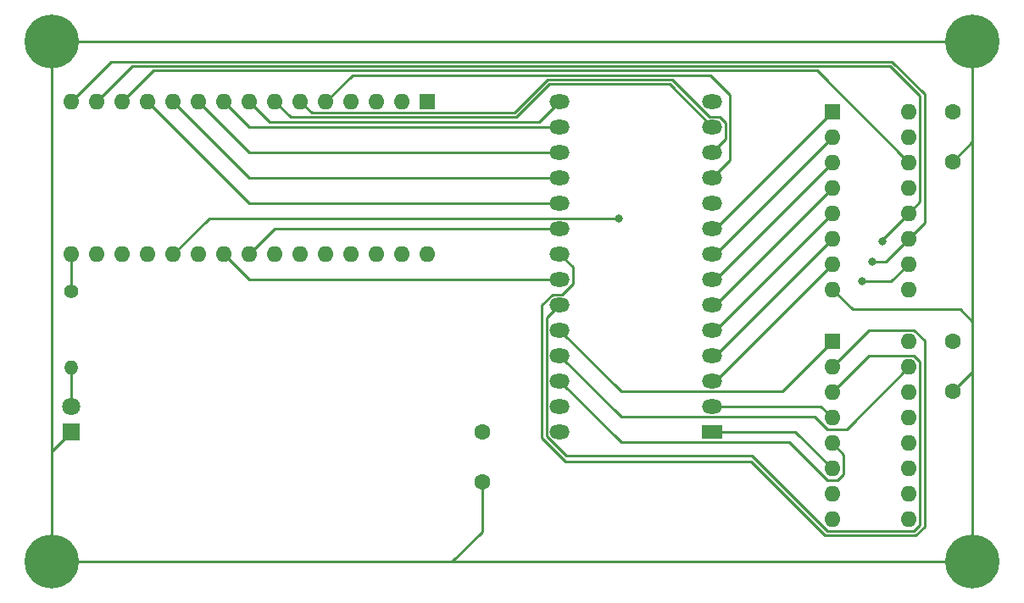
<source format=gbr>
%TF.GenerationSoftware,KiCad,Pcbnew,5.1.10*%
%TF.CreationDate,2021-08-06T14:58:04+02:00*%
%TF.ProjectId,EEPROM-Programmer,45455052-4f4d-42d5-9072-6f6772616d6d,rev?*%
%TF.SameCoordinates,Original*%
%TF.FileFunction,Copper,L2,Bot*%
%TF.FilePolarity,Positive*%
%FSLAX46Y46*%
G04 Gerber Fmt 4.6, Leading zero omitted, Abs format (unit mm)*
G04 Created by KiCad (PCBNEW 5.1.10) date 2021-08-06 14:58:04*
%MOMM*%
%LPD*%
G01*
G04 APERTURE LIST*
%TA.AperFunction,ComponentPad*%
%ADD10R,1.600000X1.600000*%
%TD*%
%TA.AperFunction,ComponentPad*%
%ADD11O,1.600000X1.600000*%
%TD*%
%TA.AperFunction,ComponentPad*%
%ADD12O,1.400000X1.400000*%
%TD*%
%TA.AperFunction,ComponentPad*%
%ADD13C,1.400000*%
%TD*%
%TA.AperFunction,ComponentPad*%
%ADD14C,1.800000*%
%TD*%
%TA.AperFunction,ComponentPad*%
%ADD15R,1.800000X1.800000*%
%TD*%
%TA.AperFunction,ComponentPad*%
%ADD16O,2.000000X1.440000*%
%TD*%
%TA.AperFunction,ComponentPad*%
%ADD17R,2.000000X1.440000*%
%TD*%
%TA.AperFunction,ComponentPad*%
%ADD18C,5.400000*%
%TD*%
%TA.AperFunction,ComponentPad*%
%ADD19C,1.600000*%
%TD*%
%TA.AperFunction,ViaPad*%
%ADD20C,0.800000*%
%TD*%
%TA.AperFunction,Conductor*%
%ADD21C,0.250000*%
%TD*%
G04 APERTURE END LIST*
D10*
%TO.P,Arduino Nano,1*%
%TO.N,Net-(A1-Pad1)*%
X138045000Y-75920000D03*
D11*
%TO.P,Arduino Nano,17*%
%TO.N,Net-(A1-Pad17)*%
X105025000Y-91160000D03*
%TO.P,Arduino Nano,2*%
%TO.N,Net-(A1-Pad2)*%
X135505000Y-75920000D03*
%TO.P,Arduino Nano,18*%
%TO.N,Net-(A1-Pad18)*%
X107565000Y-91160000D03*
%TO.P,Arduino Nano,3*%
%TO.N,Net-(A1-Pad3)*%
X132965000Y-75920000D03*
%TO.P,Arduino Nano,19*%
%TO.N,Net-(A1-Pad19)*%
X110105000Y-91160000D03*
%TO.P,Arduino Nano,4*%
%TO.N,GND*%
X130425000Y-75920000D03*
%TO.P,Arduino Nano,20*%
%TO.N,Net-(A1-Pad20)*%
X112645000Y-91160000D03*
%TO.P,Arduino Nano,5*%
%TO.N,Net-(A1-Pad5)*%
X127885000Y-75920000D03*
%TO.P,Arduino Nano,21*%
%TO.N,Net-(A1-Pad21)*%
X115185000Y-91160000D03*
%TO.P,Arduino Nano,6*%
%TO.N,Net-(A1-Pad6)*%
X125345000Y-75920000D03*
%TO.P,Arduino Nano,22*%
%TO.N,Net-(A1-Pad22)*%
X117725000Y-91160000D03*
%TO.P,Arduino Nano,7*%
%TO.N,Net-(A1-Pad7)*%
X122805000Y-75920000D03*
%TO.P,Arduino Nano,23*%
%TO.N,Net-(A1-Pad23)*%
X120265000Y-91160000D03*
%TO.P,Arduino Nano,8*%
%TO.N,Net-(A1-Pad8)*%
X120265000Y-75920000D03*
%TO.P,Arduino Nano,24*%
%TO.N,Net-(A1-Pad24)*%
X122805000Y-91160000D03*
%TO.P,Arduino Nano,9*%
%TO.N,Net-(A1-Pad9)*%
X117725000Y-75920000D03*
%TO.P,Arduino Nano,25*%
%TO.N,Net-(A1-Pad25)*%
X125345000Y-91160000D03*
%TO.P,Arduino Nano,10*%
%TO.N,Net-(A1-Pad10)*%
X115185000Y-75920000D03*
%TO.P,Arduino Nano,26*%
%TO.N,Net-(A1-Pad26)*%
X127885000Y-91160000D03*
%TO.P,Arduino Nano,11*%
%TO.N,Net-(A1-Pad11)*%
X112645000Y-75920000D03*
%TO.P,Arduino Nano,27*%
%TO.N,Vcc*%
X130425000Y-91160000D03*
%TO.P,Arduino Nano,12*%
%TO.N,Net-(A1-Pad12)*%
X110105000Y-75920000D03*
%TO.P,Arduino Nano,28*%
%TO.N,Net-(A1-Pad28)*%
X132965000Y-91160000D03*
%TO.P,Arduino Nano,13*%
%TO.N,Net-(A1-Pad13)*%
X107565000Y-75920000D03*
%TO.P,Arduino Nano,29*%
%TO.N,GND*%
X135505000Y-91160000D03*
%TO.P,Arduino Nano,14*%
%TO.N,Net-(A1-Pad14)*%
X105025000Y-75920000D03*
%TO.P,Arduino Nano,30*%
%TO.N,Net-(A1-Pad30)*%
X138045000Y-91160000D03*
%TO.P,Arduino Nano,15*%
%TO.N,Net-(A1-Pad15)*%
X102485000Y-75920000D03*
%TO.P,Arduino Nano,16*%
%TO.N,Net-(A1-Pad16)*%
X102485000Y-91160000D03*
%TD*%
D12*
%TO.P,220,2*%
%TO.N,Net-(D1-Pad2)*%
X102485000Y-102540000D03*
D13*
%TO.P,220,1*%
%TO.N,Net-(A1-Pad16)*%
X102485000Y-94920000D03*
%TD*%
D14*
%TO.P,D1,2*%
%TO.N,Net-(D1-Pad2)*%
X102485000Y-106380000D03*
D15*
%TO.P,D1,1*%
%TO.N,GND*%
X102485000Y-108920000D03*
%TD*%
D16*
%TO.P,28C256,15*%
%TO.N,Net-(A1-Pad8)*%
X151245000Y-75920000D03*
%TO.P,28C256,14*%
%TO.N,GND*%
X166485000Y-75920000D03*
%TO.P,28C256,16*%
%TO.N,Net-(A1-Pad9)*%
X151245000Y-78460000D03*
%TO.P,28C256,13*%
%TO.N,Net-(A1-Pad7)*%
X166485000Y-78460000D03*
%TO.P,28C256,17*%
%TO.N,Net-(A1-Pad10)*%
X151245000Y-81000000D03*
%TO.P,28C256,12*%
%TO.N,Net-(A1-Pad6)*%
X166485000Y-81000000D03*
%TO.P,28C256,18*%
%TO.N,Net-(A1-Pad11)*%
X151245000Y-83540000D03*
%TO.P,28C256,11*%
%TO.N,Net-(A1-Pad5)*%
X166485000Y-83540000D03*
%TO.P,28C256,19*%
%TO.N,Net-(A1-Pad12)*%
X151245000Y-86080000D03*
%TO.P,28C256,10*%
%TO.N,Net-(U1-Pad15)*%
X166485000Y-86080000D03*
%TO.P,28C256,20*%
%TO.N,Net-(A1-Pad23)*%
X151245000Y-88620000D03*
%TO.P,28C256,9*%
%TO.N,Net-(U1-Pad1)*%
X166485000Y-88620000D03*
%TO.P,28C256,21*%
%TO.N,Net-(U2-Pad2)*%
X151245000Y-91160000D03*
%TO.P,28C256,8*%
%TO.N,Net-(U1-Pad2)*%
X166485000Y-91160000D03*
%TO.P,28C256,22*%
%TO.N,Net-(A1-Pad22)*%
X151245000Y-93700000D03*
%TO.P,28C256,7*%
%TO.N,Net-(U1-Pad3)*%
X166485000Y-93700000D03*
%TO.P,28C256,23*%
%TO.N,Net-(U2-Pad3)*%
X151245000Y-96240000D03*
%TO.P,28C256,6*%
%TO.N,Net-(U1-Pad4)*%
X166485000Y-96240000D03*
%TO.P,28C256,24*%
%TO.N,Net-(U2-Pad1)*%
X151245000Y-98780000D03*
%TO.P,28C256,5*%
%TO.N,Net-(U1-Pad5)*%
X166485000Y-98780000D03*
%TO.P,28C256,25*%
%TO.N,Net-(U2-Pad15)*%
X151245000Y-101320000D03*
%TO.P,28C256,4*%
%TO.N,Net-(U1-Pad6)*%
X166485000Y-101320000D03*
%TO.P,28C256,26*%
%TO.N,Net-(U2-Pad5)*%
X151245000Y-103860000D03*
%TO.P,28C256,3*%
%TO.N,Net-(U1-Pad7)*%
X166485000Y-103860000D03*
%TO.P,28C256,27*%
%TO.N,Net-(A1-Pad21)*%
X151245000Y-106400000D03*
%TO.P,28C256,2*%
%TO.N,Net-(U2-Pad4)*%
X166485000Y-106400000D03*
%TO.P,28C256,28*%
%TO.N,Vcc*%
X151245000Y-108940000D03*
D17*
%TO.P,28C256,1*%
%TO.N,Net-(U2-Pad6)*%
X166485000Y-108940000D03*
%TD*%
D18*
%TO.P,H4,1*%
%TO.N,GND*%
X100485000Y-121920000D03*
%TD*%
%TO.P,H1,1*%
%TO.N,GND*%
X100485000Y-69920000D03*
%TD*%
D19*
%TO.P,C3,1*%
%TO.N,GND*%
X143485000Y-113920000D03*
%TO.P,C3,2*%
%TO.N,Vcc*%
X143485000Y-108920000D03*
%TD*%
%TO.P,C1,1*%
%TO.N,GND*%
X190485000Y-81920000D03*
%TO.P,C1,2*%
%TO.N,Vcc*%
X190485000Y-76920000D03*
%TD*%
D18*
%TO.P,H2,1*%
%TO.N,GND*%
X192485000Y-69920000D03*
%TD*%
%TO.P,H3,1*%
%TO.N,GND*%
X192485000Y-121920000D03*
%TD*%
D19*
%TO.P,C2,1*%
%TO.N,GND*%
X190485000Y-104920000D03*
%TO.P,C2,2*%
%TO.N,Vcc*%
X190485000Y-99920000D03*
%TD*%
D10*
%TO.P,74HC595,1*%
%TO.N,Net-(U1-Pad1)*%
X178485000Y-76920000D03*
D11*
%TO.P,74HC595,9*%
%TO.N,Net-(U1-Pad9)*%
X186105000Y-94700000D03*
%TO.P,74HC595,2*%
%TO.N,Net-(U1-Pad2)*%
X178485000Y-79460000D03*
%TO.P,74HC595,10*%
%TO.N,Net-(A1-Pad19)*%
X186105000Y-92160000D03*
%TO.P,74HC595,3*%
%TO.N,Net-(U1-Pad3)*%
X178485000Y-82000000D03*
%TO.P,74HC595,11*%
%TO.N,Net-(A1-Pad15)*%
X186105000Y-89620000D03*
%TO.P,74HC595,4*%
%TO.N,Net-(U1-Pad4)*%
X178485000Y-84540000D03*
%TO.P,74HC595,12*%
%TO.N,Net-(A1-Pad14)*%
X186105000Y-87080000D03*
%TO.P,74HC595,5*%
%TO.N,Net-(U1-Pad5)*%
X178485000Y-87080000D03*
%TO.P,74HC595,13*%
%TO.N,Net-(A1-Pad20)*%
X186105000Y-84540000D03*
%TO.P,74HC595,6*%
%TO.N,Net-(U1-Pad6)*%
X178485000Y-89620000D03*
%TO.P,74HC595,14*%
%TO.N,Net-(A1-Pad13)*%
X186105000Y-82000000D03*
%TO.P,74HC595,7*%
%TO.N,Net-(U1-Pad7)*%
X178485000Y-92160000D03*
%TO.P,74HC595,15*%
%TO.N,Net-(U1-Pad15)*%
X186105000Y-79460000D03*
%TO.P,74HC595,8*%
%TO.N,GND*%
X178485000Y-94700000D03*
%TO.P,74HC595,16*%
%TO.N,Vcc*%
X186105000Y-76920000D03*
%TD*%
D10*
%TO.P,74HC595,1*%
%TO.N,Net-(U2-Pad1)*%
X178485000Y-99920000D03*
D11*
%TO.P,74HC595,9*%
%TO.N,Net-(U2-Pad9)*%
X186105000Y-117700000D03*
%TO.P,74HC595,2*%
%TO.N,Net-(U2-Pad2)*%
X178485000Y-102460000D03*
%TO.P,74HC595,10*%
%TO.N,Net-(A1-Pad19)*%
X186105000Y-115160000D03*
%TO.P,74HC595,3*%
%TO.N,Net-(U2-Pad3)*%
X178485000Y-105000000D03*
%TO.P,74HC595,11*%
%TO.N,Net-(A1-Pad15)*%
X186105000Y-112620000D03*
%TO.P,74HC595,4*%
%TO.N,Net-(U2-Pad4)*%
X178485000Y-107540000D03*
%TO.P,74HC595,12*%
%TO.N,Net-(A1-Pad14)*%
X186105000Y-110080000D03*
%TO.P,74HC595,5*%
%TO.N,Net-(U2-Pad5)*%
X178485000Y-110080000D03*
%TO.P,74HC595,13*%
%TO.N,Net-(A1-Pad20)*%
X186105000Y-107540000D03*
%TO.P,74HC595,6*%
%TO.N,Net-(U2-Pad6)*%
X178485000Y-112620000D03*
%TO.P,74HC595,14*%
%TO.N,Net-(U1-Pad9)*%
X186105000Y-105000000D03*
%TO.P,74HC595,7*%
%TO.N,Net-(U2-Pad7)*%
X178485000Y-115160000D03*
%TO.P,74HC595,15*%
%TO.N,Net-(U2-Pad15)*%
X186105000Y-102460000D03*
%TO.P,74HC595,8*%
%TO.N,GND*%
X178485000Y-117700000D03*
%TO.P,74HC595,16*%
%TO.N,Vcc*%
X186105000Y-99920000D03*
%TD*%
D20*
%TO.N,Net-(A1-Pad15)*%
X182485000Y-91920000D03*
%TO.N,Net-(A1-Pad14)*%
X183485000Y-89920000D03*
%TO.N,Net-(A1-Pad20)*%
X157139990Y-87574990D03*
%TO.N,Net-(A1-Pad19)*%
X181485000Y-93920000D03*
%TD*%
D21*
%TO.N,Net-(A1-Pad16)*%
X102485000Y-91160000D02*
X102485000Y-94920000D01*
%TO.N,Net-(A1-Pad15)*%
X183805000Y-91920000D02*
X182485000Y-91920000D01*
X186105000Y-89620000D02*
X183805000Y-91920000D01*
X187680011Y-88044989D02*
X186105000Y-89620000D01*
X187680010Y-75193598D02*
X187680011Y-88044989D01*
X184411354Y-71924942D02*
X187680010Y-75193598D01*
X106480058Y-71924942D02*
X184411354Y-71924942D01*
X102485000Y-75920000D02*
X106480058Y-71924942D01*
%TO.N,Net-(A1-Pad14)*%
X183485000Y-89700000D02*
X183485000Y-89920000D01*
X186105000Y-87080000D02*
X183485000Y-89700000D01*
X187230001Y-85954999D02*
X186105000Y-87080000D01*
X187230001Y-75379999D02*
X187230001Y-85954999D01*
X184224954Y-72374952D02*
X187230001Y-75379999D01*
X108570048Y-72374952D02*
X184224954Y-72374952D01*
X105025000Y-75920000D02*
X108570048Y-72374952D01*
%TO.N,GND*%
X166747877Y-76265010D02*
X165772143Y-76265010D01*
X190485000Y-81920000D02*
X192485000Y-79920000D01*
X192485000Y-121920000D02*
X179485000Y-121920000D01*
X100485000Y-69920000D02*
X192485000Y-69920000D01*
X100485000Y-76694998D02*
X100485000Y-69920000D01*
X190485000Y-104920000D02*
X192485000Y-102920000D01*
X192485000Y-121920000D02*
X192485000Y-102920000D01*
X143485000Y-113920000D02*
X143485000Y-118920000D01*
X143485000Y-118920000D02*
X140485000Y-121920000D01*
X179485000Y-121920000D02*
X140485000Y-121920000D01*
X99201296Y-121920000D02*
X100485000Y-121920000D01*
X140485000Y-121920000D02*
X99201296Y-121920000D01*
X178485000Y-94700000D02*
X180485000Y-96700000D01*
X191265000Y-96700000D02*
X192485000Y-97920000D01*
X180485000Y-96700000D02*
X191265000Y-96700000D01*
X192485000Y-97920000D02*
X192485000Y-69920000D01*
X192485000Y-102920000D02*
X192485000Y-97920000D01*
X102485000Y-108920000D02*
X100485000Y-110920000D01*
X100485000Y-110920000D02*
X100485000Y-76694998D01*
X100485000Y-121920000D02*
X100485000Y-110920000D01*
%TO.N,Net-(A1-Pad13)*%
X176929962Y-72824962D02*
X186105000Y-82000000D01*
X110660038Y-72824962D02*
X176929962Y-72824962D01*
X107565000Y-75920000D02*
X110660038Y-72824962D01*
%TO.N,Net-(A1-Pad12)*%
X110105000Y-75920000D02*
X120265000Y-86080000D01*
X120265000Y-86080000D02*
X151245000Y-86080000D01*
%TO.N,Net-(A1-Pad11)*%
X112645000Y-75920000D02*
X120265000Y-83540000D01*
X120265000Y-83540000D02*
X151245000Y-83540000D01*
%TO.N,Net-(A1-Pad10)*%
X115185000Y-75920000D02*
X120265000Y-81000000D01*
X120265000Y-81000000D02*
X151245000Y-81000000D01*
%TO.N,Net-(A1-Pad9)*%
X117725000Y-75920000D02*
X120265000Y-78460000D01*
X120265000Y-78460000D02*
X151245000Y-78460000D01*
%TO.N,Net-(A1-Pad8)*%
X149219981Y-77945019D02*
X151245000Y-75920000D01*
X122290019Y-77945019D02*
X149219981Y-77945019D01*
X120265000Y-75920000D02*
X122290019Y-77945019D01*
%TO.N,Net-(A1-Pad23)*%
X120265000Y-91160000D02*
X122805000Y-88620000D01*
X122805000Y-88620000D02*
X151245000Y-88620000D01*
%TO.N,Net-(A1-Pad7)*%
X162199990Y-74174990D02*
X166485000Y-78460000D01*
X150230010Y-74174990D02*
X162199990Y-74174990D01*
X146909990Y-77495010D02*
X150230010Y-74174990D01*
X124380010Y-77495010D02*
X146909990Y-77495010D01*
X122805000Y-75920000D02*
X124380010Y-77495010D01*
%TO.N,Net-(A1-Pad22)*%
X117725000Y-91160000D02*
X120265000Y-93700000D01*
X120265000Y-93700000D02*
X151245000Y-93700000D01*
%TO.N,Net-(A1-Pad6)*%
X126470001Y-77045001D02*
X125345000Y-75920000D01*
X150043609Y-73724981D02*
X146723589Y-77045001D01*
X162532114Y-73724981D02*
X150043609Y-73724981D01*
X166222123Y-77414990D02*
X162532114Y-73724981D01*
X167197857Y-77414990D02*
X166222123Y-77414990D01*
X167810010Y-78027143D02*
X167197857Y-77414990D01*
X167810010Y-79674990D02*
X167810010Y-78027143D01*
X146723589Y-77045001D02*
X126470001Y-77045001D01*
X166485000Y-81000000D02*
X167810010Y-79674990D01*
%TO.N,Net-(A1-Pad5)*%
X168260019Y-81764981D02*
X166485000Y-83540000D01*
X168260019Y-75237152D02*
X168260019Y-81764981D01*
X166297839Y-73274972D02*
X168260019Y-75237152D01*
X130530028Y-73274972D02*
X166297839Y-73274972D01*
X127885000Y-75920000D02*
X130530028Y-73274972D01*
%TO.N,Net-(A1-Pad20)*%
X157139990Y-87574990D02*
X157139990Y-87574990D01*
X112645000Y-91160000D02*
X116230010Y-87574990D01*
X116230010Y-87574990D02*
X157139990Y-87574990D01*
%TO.N,Net-(A1-Pad19)*%
X184345000Y-93920000D02*
X186105000Y-92160000D01*
X181485000Y-93920000D02*
X184345000Y-93920000D01*
%TO.N,Net-(U1-Pad7)*%
X166785000Y-103860000D02*
X178485000Y-92160000D01*
X166485000Y-103860000D02*
X166785000Y-103860000D01*
%TO.N,Net-(U1-Pad6)*%
X166785000Y-101320000D02*
X178485000Y-89620000D01*
X166485000Y-101320000D02*
X166785000Y-101320000D01*
%TO.N,Net-(U1-Pad5)*%
X166785000Y-98780000D02*
X178485000Y-87080000D01*
X166485000Y-98780000D02*
X166785000Y-98780000D01*
%TO.N,Net-(U1-Pad4)*%
X166785000Y-96240000D02*
X178485000Y-84540000D01*
X166485000Y-96240000D02*
X166785000Y-96240000D01*
%TO.N,Net-(U1-Pad3)*%
X166785000Y-93700000D02*
X178485000Y-82000000D01*
X166485000Y-93700000D02*
X166785000Y-93700000D01*
%TO.N,Net-(U1-Pad2)*%
X166785000Y-91160000D02*
X178485000Y-79460000D01*
X166485000Y-91160000D02*
X166785000Y-91160000D01*
%TO.N,Net-(U1-Pad1)*%
X166785000Y-88620000D02*
X178485000Y-76920000D01*
X166485000Y-88620000D02*
X166785000Y-88620000D01*
%TO.N,Net-(U2-Pad15)*%
X157370010Y-107445010D02*
X151245000Y-101320000D01*
X179899999Y-108665001D02*
X180065000Y-108500000D01*
X177944999Y-108665001D02*
X179899999Y-108665001D01*
X176725008Y-107445010D02*
X177944999Y-108665001D01*
X157370010Y-107445010D02*
X176725008Y-107445010D01*
X186105000Y-102460000D02*
X180065000Y-108500000D01*
%TO.N,Net-(U2-Pad6)*%
X174805000Y-108940000D02*
X178485000Y-112620000D01*
X166485000Y-108940000D02*
X174805000Y-108940000D01*
%TO.N,Net-(U2-Pad5)*%
X179025001Y-113745001D02*
X177944999Y-113745001D01*
X177944999Y-113745001D02*
X174184999Y-109985001D01*
X179610001Y-113160001D02*
X179025001Y-113745001D01*
X157370001Y-109985001D02*
X151245000Y-103860000D01*
X179610001Y-111205001D02*
X179610001Y-113160001D01*
X174184999Y-109985001D02*
X157370001Y-109985001D01*
X178485000Y-110080000D02*
X179610001Y-111205001D01*
%TO.N,Net-(U2-Pad4)*%
X177345000Y-106400000D02*
X178485000Y-107540000D01*
X166485000Y-106400000D02*
X177345000Y-106400000D01*
%TO.N,Net-(U2-Pad3)*%
X177944999Y-118825001D02*
X170485000Y-111365002D01*
X186645001Y-118825001D02*
X177944999Y-118825001D01*
X187230001Y-118240001D02*
X186645001Y-118825001D01*
X186645001Y-101334999D02*
X187230001Y-101919999D01*
X187230001Y-101919999D02*
X187230001Y-118240001D01*
X182150001Y-101334999D02*
X186645001Y-101334999D01*
X178485000Y-105000000D02*
X182150001Y-101334999D01*
X149919990Y-97565010D02*
X151245000Y-96240000D01*
X149919990Y-109372857D02*
X149919990Y-97565010D01*
X151912135Y-111365002D02*
X149919990Y-109372857D01*
X170485000Y-111365002D02*
X151912135Y-111365002D01*
%TO.N,Net-(U2-Pad2)*%
X149469981Y-109559258D02*
X151830723Y-111920000D01*
X149469980Y-96257153D02*
X149469981Y-109559258D01*
X152570010Y-94132857D02*
X151507877Y-95194990D01*
X152570010Y-92485010D02*
X152570010Y-94132857D01*
X150532143Y-95194990D02*
X149469980Y-96257153D01*
X151507877Y-95194990D02*
X150532143Y-95194990D01*
X151245000Y-91160000D02*
X152570010Y-92485010D01*
X182150001Y-98794999D02*
X178485000Y-102460000D01*
X186645001Y-98794999D02*
X182150001Y-98794999D01*
X187680011Y-118426401D02*
X187680011Y-99830009D01*
X186831402Y-119275010D02*
X187680011Y-118426401D01*
X187680011Y-99830009D02*
X186645001Y-98794999D01*
X177758599Y-119275011D02*
X186831402Y-119275010D01*
X170403588Y-111920000D02*
X177758599Y-119275011D01*
X151830723Y-111920000D02*
X170403588Y-111920000D01*
%TO.N,Net-(U2-Pad1)*%
X157370010Y-104905010D02*
X151245000Y-98780000D01*
X173499990Y-104905010D02*
X157370010Y-104905010D01*
X178485000Y-99920000D02*
X173499990Y-104905010D01*
%TO.N,Net-(D1-Pad2)*%
X102485000Y-102540000D02*
X102485000Y-106380000D01*
%TD*%
M02*

</source>
